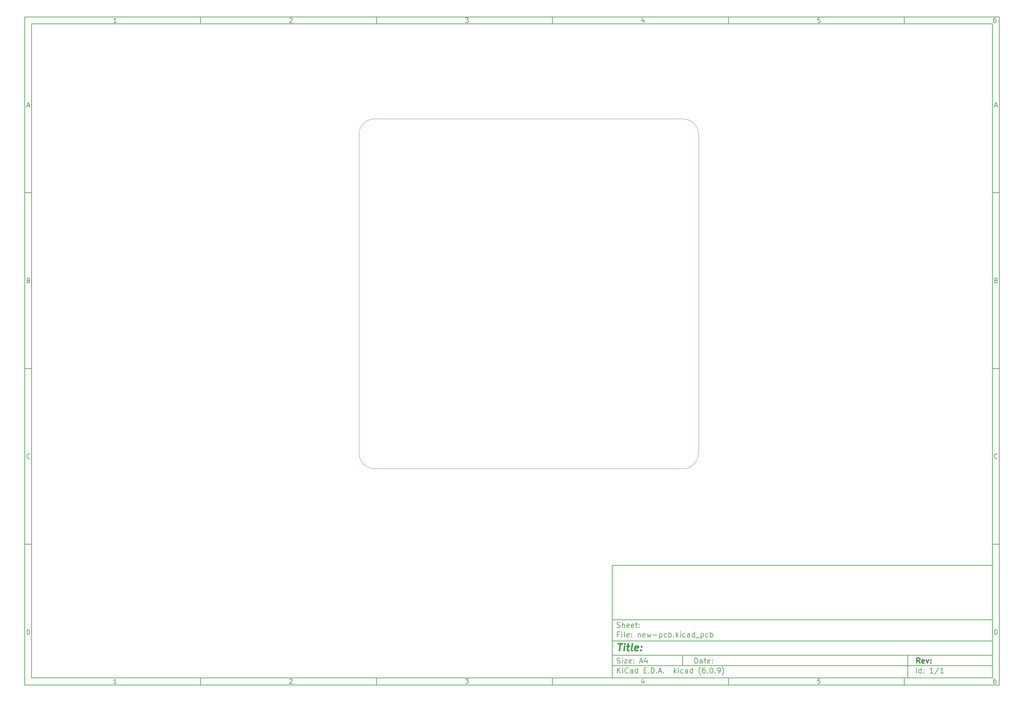
<source format=gbr>
%TF.GenerationSoftware,KiCad,Pcbnew,(6.0.9)*%
%TF.CreationDate,2022-12-24T03:55:53+03:00*%
%TF.ProjectId,new-pcb,6e65772d-7063-4622-9e6b-696361645f70,rev?*%
%TF.SameCoordinates,Original*%
%TF.FileFunction,Profile,NP*%
%FSLAX46Y46*%
G04 Gerber Fmt 4.6, Leading zero omitted, Abs format (unit mm)*
G04 Created by KiCad (PCBNEW (6.0.9)) date 2022-12-24 03:55:53*
%MOMM*%
%LPD*%
G01*
G04 APERTURE LIST*
%ADD10C,0.100000*%
%ADD11C,0.150000*%
%ADD12C,0.300000*%
%ADD13C,0.400000*%
%TA.AperFunction,Profile*%
%ADD14C,0.100000*%
%TD*%
G04 APERTURE END LIST*
D10*
D11*
X177002200Y-166007200D02*
X177002200Y-198007200D01*
X285002200Y-198007200D01*
X285002200Y-166007200D01*
X177002200Y-166007200D01*
D10*
D11*
X10000000Y-10000000D02*
X10000000Y-200007200D01*
X287002200Y-200007200D01*
X287002200Y-10000000D01*
X10000000Y-10000000D01*
D10*
D11*
X12000000Y-12000000D02*
X12000000Y-198007200D01*
X285002200Y-198007200D01*
X285002200Y-12000000D01*
X12000000Y-12000000D01*
D10*
D11*
X60000000Y-12000000D02*
X60000000Y-10000000D01*
D10*
D11*
X110000000Y-12000000D02*
X110000000Y-10000000D01*
D10*
D11*
X160000000Y-12000000D02*
X160000000Y-10000000D01*
D10*
D11*
X210000000Y-12000000D02*
X210000000Y-10000000D01*
D10*
D11*
X260000000Y-12000000D02*
X260000000Y-10000000D01*
D10*
D11*
X36065476Y-11588095D02*
X35322619Y-11588095D01*
X35694047Y-11588095D02*
X35694047Y-10288095D01*
X35570238Y-10473809D01*
X35446428Y-10597619D01*
X35322619Y-10659523D01*
D10*
D11*
X85322619Y-10411904D02*
X85384523Y-10350000D01*
X85508333Y-10288095D01*
X85817857Y-10288095D01*
X85941666Y-10350000D01*
X86003571Y-10411904D01*
X86065476Y-10535714D01*
X86065476Y-10659523D01*
X86003571Y-10845238D01*
X85260714Y-11588095D01*
X86065476Y-11588095D01*
D10*
D11*
X135260714Y-10288095D02*
X136065476Y-10288095D01*
X135632142Y-10783333D01*
X135817857Y-10783333D01*
X135941666Y-10845238D01*
X136003571Y-10907142D01*
X136065476Y-11030952D01*
X136065476Y-11340476D01*
X136003571Y-11464285D01*
X135941666Y-11526190D01*
X135817857Y-11588095D01*
X135446428Y-11588095D01*
X135322619Y-11526190D01*
X135260714Y-11464285D01*
D10*
D11*
X185941666Y-10721428D02*
X185941666Y-11588095D01*
X185632142Y-10226190D02*
X185322619Y-11154761D01*
X186127380Y-11154761D01*
D10*
D11*
X236003571Y-10288095D02*
X235384523Y-10288095D01*
X235322619Y-10907142D01*
X235384523Y-10845238D01*
X235508333Y-10783333D01*
X235817857Y-10783333D01*
X235941666Y-10845238D01*
X236003571Y-10907142D01*
X236065476Y-11030952D01*
X236065476Y-11340476D01*
X236003571Y-11464285D01*
X235941666Y-11526190D01*
X235817857Y-11588095D01*
X235508333Y-11588095D01*
X235384523Y-11526190D01*
X235322619Y-11464285D01*
D10*
D11*
X285941666Y-10288095D02*
X285694047Y-10288095D01*
X285570238Y-10350000D01*
X285508333Y-10411904D01*
X285384523Y-10597619D01*
X285322619Y-10845238D01*
X285322619Y-11340476D01*
X285384523Y-11464285D01*
X285446428Y-11526190D01*
X285570238Y-11588095D01*
X285817857Y-11588095D01*
X285941666Y-11526190D01*
X286003571Y-11464285D01*
X286065476Y-11340476D01*
X286065476Y-11030952D01*
X286003571Y-10907142D01*
X285941666Y-10845238D01*
X285817857Y-10783333D01*
X285570238Y-10783333D01*
X285446428Y-10845238D01*
X285384523Y-10907142D01*
X285322619Y-11030952D01*
D10*
D11*
X60000000Y-198007200D02*
X60000000Y-200007200D01*
D10*
D11*
X110000000Y-198007200D02*
X110000000Y-200007200D01*
D10*
D11*
X160000000Y-198007200D02*
X160000000Y-200007200D01*
D10*
D11*
X210000000Y-198007200D02*
X210000000Y-200007200D01*
D10*
D11*
X260000000Y-198007200D02*
X260000000Y-200007200D01*
D10*
D11*
X36065476Y-199595295D02*
X35322619Y-199595295D01*
X35694047Y-199595295D02*
X35694047Y-198295295D01*
X35570238Y-198481009D01*
X35446428Y-198604819D01*
X35322619Y-198666723D01*
D10*
D11*
X85322619Y-198419104D02*
X85384523Y-198357200D01*
X85508333Y-198295295D01*
X85817857Y-198295295D01*
X85941666Y-198357200D01*
X86003571Y-198419104D01*
X86065476Y-198542914D01*
X86065476Y-198666723D01*
X86003571Y-198852438D01*
X85260714Y-199595295D01*
X86065476Y-199595295D01*
D10*
D11*
X135260714Y-198295295D02*
X136065476Y-198295295D01*
X135632142Y-198790533D01*
X135817857Y-198790533D01*
X135941666Y-198852438D01*
X136003571Y-198914342D01*
X136065476Y-199038152D01*
X136065476Y-199347676D01*
X136003571Y-199471485D01*
X135941666Y-199533390D01*
X135817857Y-199595295D01*
X135446428Y-199595295D01*
X135322619Y-199533390D01*
X135260714Y-199471485D01*
D10*
D11*
X185941666Y-198728628D02*
X185941666Y-199595295D01*
X185632142Y-198233390D02*
X185322619Y-199161961D01*
X186127380Y-199161961D01*
D10*
D11*
X236003571Y-198295295D02*
X235384523Y-198295295D01*
X235322619Y-198914342D01*
X235384523Y-198852438D01*
X235508333Y-198790533D01*
X235817857Y-198790533D01*
X235941666Y-198852438D01*
X236003571Y-198914342D01*
X236065476Y-199038152D01*
X236065476Y-199347676D01*
X236003571Y-199471485D01*
X235941666Y-199533390D01*
X235817857Y-199595295D01*
X235508333Y-199595295D01*
X235384523Y-199533390D01*
X235322619Y-199471485D01*
D10*
D11*
X285941666Y-198295295D02*
X285694047Y-198295295D01*
X285570238Y-198357200D01*
X285508333Y-198419104D01*
X285384523Y-198604819D01*
X285322619Y-198852438D01*
X285322619Y-199347676D01*
X285384523Y-199471485D01*
X285446428Y-199533390D01*
X285570238Y-199595295D01*
X285817857Y-199595295D01*
X285941666Y-199533390D01*
X286003571Y-199471485D01*
X286065476Y-199347676D01*
X286065476Y-199038152D01*
X286003571Y-198914342D01*
X285941666Y-198852438D01*
X285817857Y-198790533D01*
X285570238Y-198790533D01*
X285446428Y-198852438D01*
X285384523Y-198914342D01*
X285322619Y-199038152D01*
D10*
D11*
X10000000Y-60000000D02*
X12000000Y-60000000D01*
D10*
D11*
X10000000Y-110000000D02*
X12000000Y-110000000D01*
D10*
D11*
X10000000Y-160000000D02*
X12000000Y-160000000D01*
D10*
D11*
X10690476Y-35216666D02*
X11309523Y-35216666D01*
X10566666Y-35588095D02*
X11000000Y-34288095D01*
X11433333Y-35588095D01*
D10*
D11*
X11092857Y-84907142D02*
X11278571Y-84969047D01*
X11340476Y-85030952D01*
X11402380Y-85154761D01*
X11402380Y-85340476D01*
X11340476Y-85464285D01*
X11278571Y-85526190D01*
X11154761Y-85588095D01*
X10659523Y-85588095D01*
X10659523Y-84288095D01*
X11092857Y-84288095D01*
X11216666Y-84350000D01*
X11278571Y-84411904D01*
X11340476Y-84535714D01*
X11340476Y-84659523D01*
X11278571Y-84783333D01*
X11216666Y-84845238D01*
X11092857Y-84907142D01*
X10659523Y-84907142D01*
D10*
D11*
X11402380Y-135464285D02*
X11340476Y-135526190D01*
X11154761Y-135588095D01*
X11030952Y-135588095D01*
X10845238Y-135526190D01*
X10721428Y-135402380D01*
X10659523Y-135278571D01*
X10597619Y-135030952D01*
X10597619Y-134845238D01*
X10659523Y-134597619D01*
X10721428Y-134473809D01*
X10845238Y-134350000D01*
X11030952Y-134288095D01*
X11154761Y-134288095D01*
X11340476Y-134350000D01*
X11402380Y-134411904D01*
D10*
D11*
X10659523Y-185588095D02*
X10659523Y-184288095D01*
X10969047Y-184288095D01*
X11154761Y-184350000D01*
X11278571Y-184473809D01*
X11340476Y-184597619D01*
X11402380Y-184845238D01*
X11402380Y-185030952D01*
X11340476Y-185278571D01*
X11278571Y-185402380D01*
X11154761Y-185526190D01*
X10969047Y-185588095D01*
X10659523Y-185588095D01*
D10*
D11*
X287002200Y-60000000D02*
X285002200Y-60000000D01*
D10*
D11*
X287002200Y-110000000D02*
X285002200Y-110000000D01*
D10*
D11*
X287002200Y-160000000D02*
X285002200Y-160000000D01*
D10*
D11*
X285692676Y-35216666D02*
X286311723Y-35216666D01*
X285568866Y-35588095D02*
X286002200Y-34288095D01*
X286435533Y-35588095D01*
D10*
D11*
X286095057Y-84907142D02*
X286280771Y-84969047D01*
X286342676Y-85030952D01*
X286404580Y-85154761D01*
X286404580Y-85340476D01*
X286342676Y-85464285D01*
X286280771Y-85526190D01*
X286156961Y-85588095D01*
X285661723Y-85588095D01*
X285661723Y-84288095D01*
X286095057Y-84288095D01*
X286218866Y-84350000D01*
X286280771Y-84411904D01*
X286342676Y-84535714D01*
X286342676Y-84659523D01*
X286280771Y-84783333D01*
X286218866Y-84845238D01*
X286095057Y-84907142D01*
X285661723Y-84907142D01*
D10*
D11*
X286404580Y-135464285D02*
X286342676Y-135526190D01*
X286156961Y-135588095D01*
X286033152Y-135588095D01*
X285847438Y-135526190D01*
X285723628Y-135402380D01*
X285661723Y-135278571D01*
X285599819Y-135030952D01*
X285599819Y-134845238D01*
X285661723Y-134597619D01*
X285723628Y-134473809D01*
X285847438Y-134350000D01*
X286033152Y-134288095D01*
X286156961Y-134288095D01*
X286342676Y-134350000D01*
X286404580Y-134411904D01*
D10*
D11*
X285661723Y-185588095D02*
X285661723Y-184288095D01*
X285971247Y-184288095D01*
X286156961Y-184350000D01*
X286280771Y-184473809D01*
X286342676Y-184597619D01*
X286404580Y-184845238D01*
X286404580Y-185030952D01*
X286342676Y-185278571D01*
X286280771Y-185402380D01*
X286156961Y-185526190D01*
X285971247Y-185588095D01*
X285661723Y-185588095D01*
D10*
D11*
X200434342Y-193785771D02*
X200434342Y-192285771D01*
X200791485Y-192285771D01*
X201005771Y-192357200D01*
X201148628Y-192500057D01*
X201220057Y-192642914D01*
X201291485Y-192928628D01*
X201291485Y-193142914D01*
X201220057Y-193428628D01*
X201148628Y-193571485D01*
X201005771Y-193714342D01*
X200791485Y-193785771D01*
X200434342Y-193785771D01*
X202577200Y-193785771D02*
X202577200Y-193000057D01*
X202505771Y-192857200D01*
X202362914Y-192785771D01*
X202077200Y-192785771D01*
X201934342Y-192857200D01*
X202577200Y-193714342D02*
X202434342Y-193785771D01*
X202077200Y-193785771D01*
X201934342Y-193714342D01*
X201862914Y-193571485D01*
X201862914Y-193428628D01*
X201934342Y-193285771D01*
X202077200Y-193214342D01*
X202434342Y-193214342D01*
X202577200Y-193142914D01*
X203077200Y-192785771D02*
X203648628Y-192785771D01*
X203291485Y-192285771D02*
X203291485Y-193571485D01*
X203362914Y-193714342D01*
X203505771Y-193785771D01*
X203648628Y-193785771D01*
X204720057Y-193714342D02*
X204577200Y-193785771D01*
X204291485Y-193785771D01*
X204148628Y-193714342D01*
X204077200Y-193571485D01*
X204077200Y-193000057D01*
X204148628Y-192857200D01*
X204291485Y-192785771D01*
X204577200Y-192785771D01*
X204720057Y-192857200D01*
X204791485Y-193000057D01*
X204791485Y-193142914D01*
X204077200Y-193285771D01*
X205434342Y-193642914D02*
X205505771Y-193714342D01*
X205434342Y-193785771D01*
X205362914Y-193714342D01*
X205434342Y-193642914D01*
X205434342Y-193785771D01*
X205434342Y-192857200D02*
X205505771Y-192928628D01*
X205434342Y-193000057D01*
X205362914Y-192928628D01*
X205434342Y-192857200D01*
X205434342Y-193000057D01*
D10*
D11*
X177002200Y-194507200D02*
X285002200Y-194507200D01*
D10*
D11*
X178434342Y-196585771D02*
X178434342Y-195085771D01*
X179291485Y-196585771D02*
X178648628Y-195728628D01*
X179291485Y-195085771D02*
X178434342Y-195942914D01*
X179934342Y-196585771D02*
X179934342Y-195585771D01*
X179934342Y-195085771D02*
X179862914Y-195157200D01*
X179934342Y-195228628D01*
X180005771Y-195157200D01*
X179934342Y-195085771D01*
X179934342Y-195228628D01*
X181505771Y-196442914D02*
X181434342Y-196514342D01*
X181220057Y-196585771D01*
X181077200Y-196585771D01*
X180862914Y-196514342D01*
X180720057Y-196371485D01*
X180648628Y-196228628D01*
X180577200Y-195942914D01*
X180577200Y-195728628D01*
X180648628Y-195442914D01*
X180720057Y-195300057D01*
X180862914Y-195157200D01*
X181077200Y-195085771D01*
X181220057Y-195085771D01*
X181434342Y-195157200D01*
X181505771Y-195228628D01*
X182791485Y-196585771D02*
X182791485Y-195800057D01*
X182720057Y-195657200D01*
X182577200Y-195585771D01*
X182291485Y-195585771D01*
X182148628Y-195657200D01*
X182791485Y-196514342D02*
X182648628Y-196585771D01*
X182291485Y-196585771D01*
X182148628Y-196514342D01*
X182077200Y-196371485D01*
X182077200Y-196228628D01*
X182148628Y-196085771D01*
X182291485Y-196014342D01*
X182648628Y-196014342D01*
X182791485Y-195942914D01*
X184148628Y-196585771D02*
X184148628Y-195085771D01*
X184148628Y-196514342D02*
X184005771Y-196585771D01*
X183720057Y-196585771D01*
X183577200Y-196514342D01*
X183505771Y-196442914D01*
X183434342Y-196300057D01*
X183434342Y-195871485D01*
X183505771Y-195728628D01*
X183577200Y-195657200D01*
X183720057Y-195585771D01*
X184005771Y-195585771D01*
X184148628Y-195657200D01*
X186005771Y-195800057D02*
X186505771Y-195800057D01*
X186720057Y-196585771D02*
X186005771Y-196585771D01*
X186005771Y-195085771D01*
X186720057Y-195085771D01*
X187362914Y-196442914D02*
X187434342Y-196514342D01*
X187362914Y-196585771D01*
X187291485Y-196514342D01*
X187362914Y-196442914D01*
X187362914Y-196585771D01*
X188077200Y-196585771D02*
X188077200Y-195085771D01*
X188434342Y-195085771D01*
X188648628Y-195157200D01*
X188791485Y-195300057D01*
X188862914Y-195442914D01*
X188934342Y-195728628D01*
X188934342Y-195942914D01*
X188862914Y-196228628D01*
X188791485Y-196371485D01*
X188648628Y-196514342D01*
X188434342Y-196585771D01*
X188077200Y-196585771D01*
X189577200Y-196442914D02*
X189648628Y-196514342D01*
X189577200Y-196585771D01*
X189505771Y-196514342D01*
X189577200Y-196442914D01*
X189577200Y-196585771D01*
X190220057Y-196157200D02*
X190934342Y-196157200D01*
X190077200Y-196585771D02*
X190577200Y-195085771D01*
X191077200Y-196585771D01*
X191577200Y-196442914D02*
X191648628Y-196514342D01*
X191577200Y-196585771D01*
X191505771Y-196514342D01*
X191577200Y-196442914D01*
X191577200Y-196585771D01*
X194577200Y-196585771D02*
X194577200Y-195085771D01*
X194720057Y-196014342D02*
X195148628Y-196585771D01*
X195148628Y-195585771D02*
X194577200Y-196157200D01*
X195791485Y-196585771D02*
X195791485Y-195585771D01*
X195791485Y-195085771D02*
X195720057Y-195157200D01*
X195791485Y-195228628D01*
X195862914Y-195157200D01*
X195791485Y-195085771D01*
X195791485Y-195228628D01*
X197148628Y-196514342D02*
X197005771Y-196585771D01*
X196720057Y-196585771D01*
X196577200Y-196514342D01*
X196505771Y-196442914D01*
X196434342Y-196300057D01*
X196434342Y-195871485D01*
X196505771Y-195728628D01*
X196577200Y-195657200D01*
X196720057Y-195585771D01*
X197005771Y-195585771D01*
X197148628Y-195657200D01*
X198434342Y-196585771D02*
X198434342Y-195800057D01*
X198362914Y-195657200D01*
X198220057Y-195585771D01*
X197934342Y-195585771D01*
X197791485Y-195657200D01*
X198434342Y-196514342D02*
X198291485Y-196585771D01*
X197934342Y-196585771D01*
X197791485Y-196514342D01*
X197720057Y-196371485D01*
X197720057Y-196228628D01*
X197791485Y-196085771D01*
X197934342Y-196014342D01*
X198291485Y-196014342D01*
X198434342Y-195942914D01*
X199791485Y-196585771D02*
X199791485Y-195085771D01*
X199791485Y-196514342D02*
X199648628Y-196585771D01*
X199362914Y-196585771D01*
X199220057Y-196514342D01*
X199148628Y-196442914D01*
X199077200Y-196300057D01*
X199077200Y-195871485D01*
X199148628Y-195728628D01*
X199220057Y-195657200D01*
X199362914Y-195585771D01*
X199648628Y-195585771D01*
X199791485Y-195657200D01*
X202077200Y-197157200D02*
X202005771Y-197085771D01*
X201862914Y-196871485D01*
X201791485Y-196728628D01*
X201720057Y-196514342D01*
X201648628Y-196157200D01*
X201648628Y-195871485D01*
X201720057Y-195514342D01*
X201791485Y-195300057D01*
X201862914Y-195157200D01*
X202005771Y-194942914D01*
X202077200Y-194871485D01*
X203291485Y-195085771D02*
X203005771Y-195085771D01*
X202862914Y-195157200D01*
X202791485Y-195228628D01*
X202648628Y-195442914D01*
X202577200Y-195728628D01*
X202577200Y-196300057D01*
X202648628Y-196442914D01*
X202720057Y-196514342D01*
X202862914Y-196585771D01*
X203148628Y-196585771D01*
X203291485Y-196514342D01*
X203362914Y-196442914D01*
X203434342Y-196300057D01*
X203434342Y-195942914D01*
X203362914Y-195800057D01*
X203291485Y-195728628D01*
X203148628Y-195657200D01*
X202862914Y-195657200D01*
X202720057Y-195728628D01*
X202648628Y-195800057D01*
X202577200Y-195942914D01*
X204077200Y-196442914D02*
X204148628Y-196514342D01*
X204077200Y-196585771D01*
X204005771Y-196514342D01*
X204077200Y-196442914D01*
X204077200Y-196585771D01*
X205077200Y-195085771D02*
X205220057Y-195085771D01*
X205362914Y-195157200D01*
X205434342Y-195228628D01*
X205505771Y-195371485D01*
X205577200Y-195657200D01*
X205577200Y-196014342D01*
X205505771Y-196300057D01*
X205434342Y-196442914D01*
X205362914Y-196514342D01*
X205220057Y-196585771D01*
X205077200Y-196585771D01*
X204934342Y-196514342D01*
X204862914Y-196442914D01*
X204791485Y-196300057D01*
X204720057Y-196014342D01*
X204720057Y-195657200D01*
X204791485Y-195371485D01*
X204862914Y-195228628D01*
X204934342Y-195157200D01*
X205077200Y-195085771D01*
X206220057Y-196442914D02*
X206291485Y-196514342D01*
X206220057Y-196585771D01*
X206148628Y-196514342D01*
X206220057Y-196442914D01*
X206220057Y-196585771D01*
X207005771Y-196585771D02*
X207291485Y-196585771D01*
X207434342Y-196514342D01*
X207505771Y-196442914D01*
X207648628Y-196228628D01*
X207720057Y-195942914D01*
X207720057Y-195371485D01*
X207648628Y-195228628D01*
X207577200Y-195157200D01*
X207434342Y-195085771D01*
X207148628Y-195085771D01*
X207005771Y-195157200D01*
X206934342Y-195228628D01*
X206862914Y-195371485D01*
X206862914Y-195728628D01*
X206934342Y-195871485D01*
X207005771Y-195942914D01*
X207148628Y-196014342D01*
X207434342Y-196014342D01*
X207577200Y-195942914D01*
X207648628Y-195871485D01*
X207720057Y-195728628D01*
X208220057Y-197157200D02*
X208291485Y-197085771D01*
X208434342Y-196871485D01*
X208505771Y-196728628D01*
X208577200Y-196514342D01*
X208648628Y-196157200D01*
X208648628Y-195871485D01*
X208577200Y-195514342D01*
X208505771Y-195300057D01*
X208434342Y-195157200D01*
X208291485Y-194942914D01*
X208220057Y-194871485D01*
D10*
D11*
X177002200Y-191507200D02*
X285002200Y-191507200D01*
D10*
D12*
X264411485Y-193785771D02*
X263911485Y-193071485D01*
X263554342Y-193785771D02*
X263554342Y-192285771D01*
X264125771Y-192285771D01*
X264268628Y-192357200D01*
X264340057Y-192428628D01*
X264411485Y-192571485D01*
X264411485Y-192785771D01*
X264340057Y-192928628D01*
X264268628Y-193000057D01*
X264125771Y-193071485D01*
X263554342Y-193071485D01*
X265625771Y-193714342D02*
X265482914Y-193785771D01*
X265197200Y-193785771D01*
X265054342Y-193714342D01*
X264982914Y-193571485D01*
X264982914Y-193000057D01*
X265054342Y-192857200D01*
X265197200Y-192785771D01*
X265482914Y-192785771D01*
X265625771Y-192857200D01*
X265697200Y-193000057D01*
X265697200Y-193142914D01*
X264982914Y-193285771D01*
X266197200Y-192785771D02*
X266554342Y-193785771D01*
X266911485Y-192785771D01*
X267482914Y-193642914D02*
X267554342Y-193714342D01*
X267482914Y-193785771D01*
X267411485Y-193714342D01*
X267482914Y-193642914D01*
X267482914Y-193785771D01*
X267482914Y-192857200D02*
X267554342Y-192928628D01*
X267482914Y-193000057D01*
X267411485Y-192928628D01*
X267482914Y-192857200D01*
X267482914Y-193000057D01*
D10*
D11*
X178362914Y-193714342D02*
X178577200Y-193785771D01*
X178934342Y-193785771D01*
X179077200Y-193714342D01*
X179148628Y-193642914D01*
X179220057Y-193500057D01*
X179220057Y-193357200D01*
X179148628Y-193214342D01*
X179077200Y-193142914D01*
X178934342Y-193071485D01*
X178648628Y-193000057D01*
X178505771Y-192928628D01*
X178434342Y-192857200D01*
X178362914Y-192714342D01*
X178362914Y-192571485D01*
X178434342Y-192428628D01*
X178505771Y-192357200D01*
X178648628Y-192285771D01*
X179005771Y-192285771D01*
X179220057Y-192357200D01*
X179862914Y-193785771D02*
X179862914Y-192785771D01*
X179862914Y-192285771D02*
X179791485Y-192357200D01*
X179862914Y-192428628D01*
X179934342Y-192357200D01*
X179862914Y-192285771D01*
X179862914Y-192428628D01*
X180434342Y-192785771D02*
X181220057Y-192785771D01*
X180434342Y-193785771D01*
X181220057Y-193785771D01*
X182362914Y-193714342D02*
X182220057Y-193785771D01*
X181934342Y-193785771D01*
X181791485Y-193714342D01*
X181720057Y-193571485D01*
X181720057Y-193000057D01*
X181791485Y-192857200D01*
X181934342Y-192785771D01*
X182220057Y-192785771D01*
X182362914Y-192857200D01*
X182434342Y-193000057D01*
X182434342Y-193142914D01*
X181720057Y-193285771D01*
X183077200Y-193642914D02*
X183148628Y-193714342D01*
X183077200Y-193785771D01*
X183005771Y-193714342D01*
X183077200Y-193642914D01*
X183077200Y-193785771D01*
X183077200Y-192857200D02*
X183148628Y-192928628D01*
X183077200Y-193000057D01*
X183005771Y-192928628D01*
X183077200Y-192857200D01*
X183077200Y-193000057D01*
X184862914Y-193357200D02*
X185577200Y-193357200D01*
X184720057Y-193785771D02*
X185220057Y-192285771D01*
X185720057Y-193785771D01*
X186862914Y-192785771D02*
X186862914Y-193785771D01*
X186505771Y-192214342D02*
X186148628Y-193285771D01*
X187077200Y-193285771D01*
D10*
D11*
X263434342Y-196585771D02*
X263434342Y-195085771D01*
X264791485Y-196585771D02*
X264791485Y-195085771D01*
X264791485Y-196514342D02*
X264648628Y-196585771D01*
X264362914Y-196585771D01*
X264220057Y-196514342D01*
X264148628Y-196442914D01*
X264077200Y-196300057D01*
X264077200Y-195871485D01*
X264148628Y-195728628D01*
X264220057Y-195657200D01*
X264362914Y-195585771D01*
X264648628Y-195585771D01*
X264791485Y-195657200D01*
X265505771Y-196442914D02*
X265577200Y-196514342D01*
X265505771Y-196585771D01*
X265434342Y-196514342D01*
X265505771Y-196442914D01*
X265505771Y-196585771D01*
X265505771Y-195657200D02*
X265577200Y-195728628D01*
X265505771Y-195800057D01*
X265434342Y-195728628D01*
X265505771Y-195657200D01*
X265505771Y-195800057D01*
X268148628Y-196585771D02*
X267291485Y-196585771D01*
X267720057Y-196585771D02*
X267720057Y-195085771D01*
X267577200Y-195300057D01*
X267434342Y-195442914D01*
X267291485Y-195514342D01*
X269862914Y-195014342D02*
X268577200Y-196942914D01*
X271148628Y-196585771D02*
X270291485Y-196585771D01*
X270720057Y-196585771D02*
X270720057Y-195085771D01*
X270577200Y-195300057D01*
X270434342Y-195442914D01*
X270291485Y-195514342D01*
D10*
D11*
X177002200Y-187507200D02*
X285002200Y-187507200D01*
D10*
D13*
X178714580Y-188211961D02*
X179857438Y-188211961D01*
X179036009Y-190211961D02*
X179286009Y-188211961D01*
X180274104Y-190211961D02*
X180440771Y-188878628D01*
X180524104Y-188211961D02*
X180416961Y-188307200D01*
X180500295Y-188402438D01*
X180607438Y-188307200D01*
X180524104Y-188211961D01*
X180500295Y-188402438D01*
X181107438Y-188878628D02*
X181869342Y-188878628D01*
X181476485Y-188211961D02*
X181262200Y-189926247D01*
X181333628Y-190116723D01*
X181512200Y-190211961D01*
X181702676Y-190211961D01*
X182655057Y-190211961D02*
X182476485Y-190116723D01*
X182405057Y-189926247D01*
X182619342Y-188211961D01*
X184190771Y-190116723D02*
X183988390Y-190211961D01*
X183607438Y-190211961D01*
X183428866Y-190116723D01*
X183357438Y-189926247D01*
X183452676Y-189164342D01*
X183571723Y-188973866D01*
X183774104Y-188878628D01*
X184155057Y-188878628D01*
X184333628Y-188973866D01*
X184405057Y-189164342D01*
X184381247Y-189354819D01*
X183405057Y-189545295D01*
X185155057Y-190021485D02*
X185238390Y-190116723D01*
X185131247Y-190211961D01*
X185047914Y-190116723D01*
X185155057Y-190021485D01*
X185131247Y-190211961D01*
X185286009Y-188973866D02*
X185369342Y-189069104D01*
X185262200Y-189164342D01*
X185178866Y-189069104D01*
X185286009Y-188973866D01*
X185262200Y-189164342D01*
D10*
D11*
X178934342Y-185600057D02*
X178434342Y-185600057D01*
X178434342Y-186385771D02*
X178434342Y-184885771D01*
X179148628Y-184885771D01*
X179720057Y-186385771D02*
X179720057Y-185385771D01*
X179720057Y-184885771D02*
X179648628Y-184957200D01*
X179720057Y-185028628D01*
X179791485Y-184957200D01*
X179720057Y-184885771D01*
X179720057Y-185028628D01*
X180648628Y-186385771D02*
X180505771Y-186314342D01*
X180434342Y-186171485D01*
X180434342Y-184885771D01*
X181791485Y-186314342D02*
X181648628Y-186385771D01*
X181362914Y-186385771D01*
X181220057Y-186314342D01*
X181148628Y-186171485D01*
X181148628Y-185600057D01*
X181220057Y-185457200D01*
X181362914Y-185385771D01*
X181648628Y-185385771D01*
X181791485Y-185457200D01*
X181862914Y-185600057D01*
X181862914Y-185742914D01*
X181148628Y-185885771D01*
X182505771Y-186242914D02*
X182577200Y-186314342D01*
X182505771Y-186385771D01*
X182434342Y-186314342D01*
X182505771Y-186242914D01*
X182505771Y-186385771D01*
X182505771Y-185457200D02*
X182577200Y-185528628D01*
X182505771Y-185600057D01*
X182434342Y-185528628D01*
X182505771Y-185457200D01*
X182505771Y-185600057D01*
X184362914Y-185385771D02*
X184362914Y-186385771D01*
X184362914Y-185528628D02*
X184434342Y-185457200D01*
X184577200Y-185385771D01*
X184791485Y-185385771D01*
X184934342Y-185457200D01*
X185005771Y-185600057D01*
X185005771Y-186385771D01*
X186291485Y-186314342D02*
X186148628Y-186385771D01*
X185862914Y-186385771D01*
X185720057Y-186314342D01*
X185648628Y-186171485D01*
X185648628Y-185600057D01*
X185720057Y-185457200D01*
X185862914Y-185385771D01*
X186148628Y-185385771D01*
X186291485Y-185457200D01*
X186362914Y-185600057D01*
X186362914Y-185742914D01*
X185648628Y-185885771D01*
X186862914Y-185385771D02*
X187148628Y-186385771D01*
X187434342Y-185671485D01*
X187720057Y-186385771D01*
X188005771Y-185385771D01*
X188577200Y-185814342D02*
X189720057Y-185814342D01*
X190434342Y-185385771D02*
X190434342Y-186885771D01*
X190434342Y-185457200D02*
X190577200Y-185385771D01*
X190862914Y-185385771D01*
X191005771Y-185457200D01*
X191077200Y-185528628D01*
X191148628Y-185671485D01*
X191148628Y-186100057D01*
X191077200Y-186242914D01*
X191005771Y-186314342D01*
X190862914Y-186385771D01*
X190577200Y-186385771D01*
X190434342Y-186314342D01*
X192434342Y-186314342D02*
X192291485Y-186385771D01*
X192005771Y-186385771D01*
X191862914Y-186314342D01*
X191791485Y-186242914D01*
X191720057Y-186100057D01*
X191720057Y-185671485D01*
X191791485Y-185528628D01*
X191862914Y-185457200D01*
X192005771Y-185385771D01*
X192291485Y-185385771D01*
X192434342Y-185457200D01*
X193077200Y-186385771D02*
X193077200Y-184885771D01*
X193077200Y-185457200D02*
X193220057Y-185385771D01*
X193505771Y-185385771D01*
X193648628Y-185457200D01*
X193720057Y-185528628D01*
X193791485Y-185671485D01*
X193791485Y-186100057D01*
X193720057Y-186242914D01*
X193648628Y-186314342D01*
X193505771Y-186385771D01*
X193220057Y-186385771D01*
X193077200Y-186314342D01*
X194434342Y-186242914D02*
X194505771Y-186314342D01*
X194434342Y-186385771D01*
X194362914Y-186314342D01*
X194434342Y-186242914D01*
X194434342Y-186385771D01*
X195148628Y-186385771D02*
X195148628Y-184885771D01*
X195291485Y-185814342D02*
X195720057Y-186385771D01*
X195720057Y-185385771D02*
X195148628Y-185957200D01*
X196362914Y-186385771D02*
X196362914Y-185385771D01*
X196362914Y-184885771D02*
X196291485Y-184957200D01*
X196362914Y-185028628D01*
X196434342Y-184957200D01*
X196362914Y-184885771D01*
X196362914Y-185028628D01*
X197720057Y-186314342D02*
X197577200Y-186385771D01*
X197291485Y-186385771D01*
X197148628Y-186314342D01*
X197077200Y-186242914D01*
X197005771Y-186100057D01*
X197005771Y-185671485D01*
X197077200Y-185528628D01*
X197148628Y-185457200D01*
X197291485Y-185385771D01*
X197577200Y-185385771D01*
X197720057Y-185457200D01*
X199005771Y-186385771D02*
X199005771Y-185600057D01*
X198934342Y-185457200D01*
X198791485Y-185385771D01*
X198505771Y-185385771D01*
X198362914Y-185457200D01*
X199005771Y-186314342D02*
X198862914Y-186385771D01*
X198505771Y-186385771D01*
X198362914Y-186314342D01*
X198291485Y-186171485D01*
X198291485Y-186028628D01*
X198362914Y-185885771D01*
X198505771Y-185814342D01*
X198862914Y-185814342D01*
X199005771Y-185742914D01*
X200362914Y-186385771D02*
X200362914Y-184885771D01*
X200362914Y-186314342D02*
X200220057Y-186385771D01*
X199934342Y-186385771D01*
X199791485Y-186314342D01*
X199720057Y-186242914D01*
X199648628Y-186100057D01*
X199648628Y-185671485D01*
X199720057Y-185528628D01*
X199791485Y-185457200D01*
X199934342Y-185385771D01*
X200220057Y-185385771D01*
X200362914Y-185457200D01*
X200720057Y-186528628D02*
X201862914Y-186528628D01*
X202220057Y-185385771D02*
X202220057Y-186885771D01*
X202220057Y-185457200D02*
X202362914Y-185385771D01*
X202648628Y-185385771D01*
X202791485Y-185457200D01*
X202862914Y-185528628D01*
X202934342Y-185671485D01*
X202934342Y-186100057D01*
X202862914Y-186242914D01*
X202791485Y-186314342D01*
X202648628Y-186385771D01*
X202362914Y-186385771D01*
X202220057Y-186314342D01*
X204220057Y-186314342D02*
X204077200Y-186385771D01*
X203791485Y-186385771D01*
X203648628Y-186314342D01*
X203577200Y-186242914D01*
X203505771Y-186100057D01*
X203505771Y-185671485D01*
X203577200Y-185528628D01*
X203648628Y-185457200D01*
X203791485Y-185385771D01*
X204077200Y-185385771D01*
X204220057Y-185457200D01*
X204862914Y-186385771D02*
X204862914Y-184885771D01*
X204862914Y-185457200D02*
X205005771Y-185385771D01*
X205291485Y-185385771D01*
X205434342Y-185457200D01*
X205505771Y-185528628D01*
X205577200Y-185671485D01*
X205577200Y-186100057D01*
X205505771Y-186242914D01*
X205434342Y-186314342D01*
X205291485Y-186385771D01*
X205005771Y-186385771D01*
X204862914Y-186314342D01*
D10*
D11*
X177002200Y-181507200D02*
X285002200Y-181507200D01*
D10*
D11*
X178362914Y-183614342D02*
X178577200Y-183685771D01*
X178934342Y-183685771D01*
X179077200Y-183614342D01*
X179148628Y-183542914D01*
X179220057Y-183400057D01*
X179220057Y-183257200D01*
X179148628Y-183114342D01*
X179077200Y-183042914D01*
X178934342Y-182971485D01*
X178648628Y-182900057D01*
X178505771Y-182828628D01*
X178434342Y-182757200D01*
X178362914Y-182614342D01*
X178362914Y-182471485D01*
X178434342Y-182328628D01*
X178505771Y-182257200D01*
X178648628Y-182185771D01*
X179005771Y-182185771D01*
X179220057Y-182257200D01*
X179862914Y-183685771D02*
X179862914Y-182185771D01*
X180505771Y-183685771D02*
X180505771Y-182900057D01*
X180434342Y-182757200D01*
X180291485Y-182685771D01*
X180077200Y-182685771D01*
X179934342Y-182757200D01*
X179862914Y-182828628D01*
X181791485Y-183614342D02*
X181648628Y-183685771D01*
X181362914Y-183685771D01*
X181220057Y-183614342D01*
X181148628Y-183471485D01*
X181148628Y-182900057D01*
X181220057Y-182757200D01*
X181362914Y-182685771D01*
X181648628Y-182685771D01*
X181791485Y-182757200D01*
X181862914Y-182900057D01*
X181862914Y-183042914D01*
X181148628Y-183185771D01*
X183077200Y-183614342D02*
X182934342Y-183685771D01*
X182648628Y-183685771D01*
X182505771Y-183614342D01*
X182434342Y-183471485D01*
X182434342Y-182900057D01*
X182505771Y-182757200D01*
X182648628Y-182685771D01*
X182934342Y-182685771D01*
X183077200Y-182757200D01*
X183148628Y-182900057D01*
X183148628Y-183042914D01*
X182434342Y-183185771D01*
X183577200Y-182685771D02*
X184148628Y-182685771D01*
X183791485Y-182185771D02*
X183791485Y-183471485D01*
X183862914Y-183614342D01*
X184005771Y-183685771D01*
X184148628Y-183685771D01*
X184648628Y-183542914D02*
X184720057Y-183614342D01*
X184648628Y-183685771D01*
X184577200Y-183614342D01*
X184648628Y-183542914D01*
X184648628Y-183685771D01*
X184648628Y-182757200D02*
X184720057Y-182828628D01*
X184648628Y-182900057D01*
X184577200Y-182828628D01*
X184648628Y-182757200D01*
X184648628Y-182900057D01*
D10*
D12*
D10*
D11*
D10*
D11*
D10*
D11*
D10*
D11*
D10*
D11*
X197002200Y-191507200D02*
X197002200Y-194507200D01*
D10*
D11*
X261002200Y-191507200D02*
X261002200Y-198007200D01*
D14*
X201500000Y-43500000D02*
G75*
G03*
X197000000Y-39000000I-4500000J0D01*
G01*
X109500000Y-39000000D02*
G75*
G03*
X105000000Y-43500000I0J-4500000D01*
G01*
X105000000Y-134000000D02*
G75*
G03*
X109500000Y-138500000I4500000J0D01*
G01*
X197000000Y-138500000D02*
G75*
G03*
X201500000Y-134000000I0J4500000D01*
G01*
X109500000Y-138500000D02*
X197000000Y-138500000D01*
X105000000Y-43500000D02*
X105000000Y-134000000D01*
X197000000Y-39000000D02*
X109500000Y-39000000D01*
X201500000Y-134000000D02*
X201500000Y-43500000D01*
M02*

</source>
